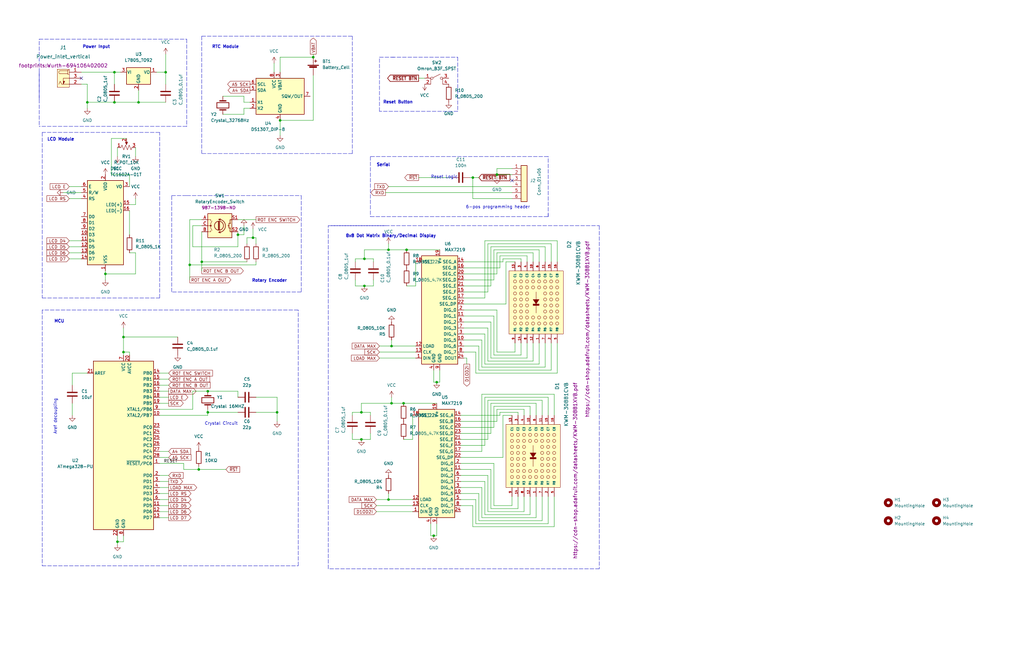
<source format=kicad_sch>
(kicad_sch (version 20211123) (generator eeschema)
  (paper "USLedger")
  (junction (at 165.1 146.05))
  (junction (at 171.45 105.41))
  (junction (at 48.26 43.18))
  (junction (at 100.33 99.06))
  (junction (at 87.63 165.1))
  (junction (at 118.11 50.8))
  (junction (at 87.63 173.99))
  (junction (at 52.07 142.24))
  (junction (at 83.82 198.12))
  (junction (at 80.01 111.76))
  (junction (at 52.07 148.59))
  (junction (at 199.39 74.93))
  (junction (at 165.1 170.18))
  (junction (at 44.45 115.57))
  (junction (at 163.83 105.41))
  (junction (at 170.18 170.18))
  (junction (at 49.53 228.6))
  (junction (at 85.09 110.49))
  (junction (at 152.4 185.42))
  (junction (at 209.55 73.66))
  (junction (at 116.84 173.99))
  (junction (at 132.08 24.13))
  (junction (at 36.83 43.18))
  (junction (at 69.85 30.48))
  (junction (at 163.83 210.82))
  (junction (at 153.67 109.22))
  (junction (at 152.4 173.99))
  (junction (at 48.26 30.48))
  (junction (at 106.68 100.33))
  (junction (at 58.42 43.18))
  (junction (at 182.88 226.06))
  (junction (at 184.15 161.29))
  (junction (at 153.67 120.65))
  (no_connect (at 34.29 33.02))
  (no_connect (at 215.9 76.2))
  (wire (pts (xy 158.75 210.82) (xy 163.83 210.82)))
  (wire (pts (xy 81.28 95.25) (xy 81.28 104.14)))
  (wire (pts (xy 201.93 219.71) (xy 228.6 219.71)))
  (wire (pts (xy 156.21 173.99) (xy 156.21 175.26)))
  (wire (pts (xy 132.08 31.75) (xy 132.08 50.8)))
  (wire (pts (xy 48.26 30.48) (xy 50.8 30.48)))
  (wire (pts (xy 81.28 165.1) (xy 87.63 165.1)))
  (wire (pts (xy 215.9 71.12) (xy 209.55 71.12)))
  (wire (pts (xy 48.26 43.18) (xy 58.42 43.18)))
  (wire (pts (xy 163.83 208.28) (xy 163.83 210.82)))
  (polyline (pts (xy 156.21 91.44) (xy 231.14 91.44)))
  (wire (pts (xy 205.74 215.9) (xy 205.74 200.66)))
  (wire (pts (xy 102.87 95.25) (xy 102.87 99.06)))
  (wire (pts (xy 48.26 43.18) (xy 36.83 43.18)))
  (wire (pts (xy 71.12 167.64) (xy 67.31 167.64)))
  (wire (pts (xy 46.99 58.42) (xy 46.99 73.66)))
  (wire (pts (xy 148.59 175.26) (xy 148.59 173.99)))
  (wire (pts (xy 209.55 106.68) (xy 209.55 115.57)))
  (wire (pts (xy 29.21 104.14) (xy 34.29 104.14)))
  (wire (pts (xy 118.11 30.48) (xy 118.11 24.13)))
  (wire (pts (xy 204.47 140.97) (xy 195.58 140.97)))
  (wire (pts (xy 87.63 175.26) (xy 87.63 173.99)))
  (wire (pts (xy 213.36 110.49) (xy 217.17 110.49)))
  (wire (pts (xy 234.95 157.48) (xy 234.95 144.78)))
  (wire (pts (xy 71.12 208.28) (xy 67.31 208.28)))
  (wire (pts (xy 195.58 118.11) (xy 208.28 118.11)))
  (wire (pts (xy 102.87 43.18) (xy 105.41 43.18)))
  (wire (pts (xy 36.83 157.48) (xy 30.48 157.48)))
  (wire (pts (xy 148.59 182.88) (xy 148.59 185.42)))
  (wire (pts (xy 54.61 149.86) (xy 54.61 148.59)))
  (wire (pts (xy 201.93 146.05) (xy 195.58 146.05)))
  (wire (pts (xy 223.52 217.17) (xy 223.52 209.55)))
  (wire (pts (xy 153.67 120.65) (xy 157.48 120.65)))
  (wire (pts (xy 171.45 120.65) (xy 175.26 120.65)))
  (wire (pts (xy 115.57 26.67) (xy 115.57 30.48)))
  (wire (pts (xy 209.55 71.12) (xy 209.55 73.66)))
  (wire (pts (xy 29.21 109.22) (xy 34.29 109.22)))
  (wire (pts (xy 149.86 120.65) (xy 153.67 120.65)))
  (wire (pts (xy 157.48 120.65) (xy 157.48 118.11)))
  (wire (pts (xy 71.12 218.44) (xy 67.31 218.44)))
  (polyline (pts (xy 17.78 55.88) (xy 17.78 125.73)))
  (wire (pts (xy 107.95 167.64) (xy 116.84 167.64)))
  (wire (pts (xy 81.28 104.14) (xy 100.33 104.14)))
  (wire (pts (xy 71.12 213.36) (xy 67.31 213.36)))
  (wire (pts (xy 203.2 166.37) (xy 203.2 190.5)))
  (wire (pts (xy 171.45 105.41) (xy 185.42 105.41)))
  (wire (pts (xy 204.47 187.96) (xy 204.47 167.64)))
  (wire (pts (xy 207.01 182.88) (xy 207.01 170.18)))
  (wire (pts (xy 29.21 83.82) (xy 34.29 83.82)))
  (wire (pts (xy 116.84 173.99) (xy 116.84 177.8)))
  (polyline (pts (xy 17.78 238.76) (xy 125.73 238.76)))
  (wire (pts (xy 54.61 106.68) (xy 57.15 106.68)))
  (wire (pts (xy 26.67 81.28) (xy 34.29 81.28)))
  (wire (pts (xy 46.99 73.66) (xy 54.61 73.66)))
  (wire (pts (xy 194.31 187.96) (xy 204.47 187.96)))
  (wire (pts (xy 195.58 151.13) (xy 196.85 151.13)))
  (polyline (pts (xy 17.78 130.81) (xy 17.78 238.76)))
  (polyline (pts (xy 160.02 24.13) (xy 166.37 24.13)))
  (wire (pts (xy 185.42 161.29) (xy 184.15 161.29)))
  (wire (pts (xy 30.48 157.48) (xy 30.48 162.56)))
  (wire (pts (xy 179.07 33.02) (xy 176.53 33.02)))
  (wire (pts (xy 149.86 110.49) (xy 149.86 109.22)))
  (wire (pts (xy 100.33 167.64) (xy 100.33 165.1)))
  (wire (pts (xy 199.39 74.93) (xy 201.93 74.93)))
  (polyline (pts (xy 72.39 123.19) (xy 72.39 82.55)))
  (wire (pts (xy 29.21 106.68) (xy 34.29 106.68)))
  (wire (pts (xy 233.68 166.37) (xy 203.2 166.37)))
  (polyline (pts (xy 252.73 95.25) (xy 252.73 240.03)))
  (wire (pts (xy 165.1 170.18) (xy 170.18 170.18)))
  (wire (pts (xy 220.98 215.9) (xy 205.74 215.9)))
  (polyline (pts (xy 72.39 82.55) (xy 78.74 82.55)))
  (wire (pts (xy 182.88 156.21) (xy 182.88 161.29)))
  (wire (pts (xy 231.14 220.98) (xy 200.66 220.98)))
  (wire (pts (xy 204.47 167.64) (xy 231.14 167.64)))
  (wire (pts (xy 209.55 130.81) (xy 209.55 148.59)))
  (wire (pts (xy 67.31 205.74) (xy 71.12 205.74)))
  (wire (pts (xy 195.58 133.35) (xy 208.28 133.35)))
  (wire (pts (xy 204.47 125.73) (xy 195.58 125.73)))
  (wire (pts (xy 67.31 170.18) (xy 71.12 170.18)))
  (wire (pts (xy 182.88 161.29) (xy 184.15 161.29)))
  (polyline (pts (xy 156.21 66.04) (xy 156.21 91.44)))
  (wire (pts (xy 205.74 123.19) (xy 205.74 102.87)))
  (wire (pts (xy 209.55 177.8) (xy 209.55 172.72)))
  (wire (pts (xy 80.01 111.76) (xy 107.95 111.76)))
  (wire (pts (xy 77.47 195.58) (xy 77.47 198.12)))
  (wire (pts (xy 153.67 109.22) (xy 157.48 109.22)))
  (wire (pts (xy 107.95 110.49) (xy 107.95 111.76)))
  (wire (pts (xy 49.53 228.6) (xy 52.07 228.6)))
  (wire (pts (xy 118.11 50.8) (xy 118.11 57.15)))
  (wire (pts (xy 232.41 156.21) (xy 201.93 156.21)))
  (wire (pts (xy 132.08 22.86) (xy 132.08 24.13)))
  (wire (pts (xy 36.83 43.18) (xy 36.83 45.72)))
  (wire (pts (xy 204.47 101.6) (xy 204.47 125.73)))
  (wire (pts (xy 213.36 128.27) (xy 213.36 110.49)))
  (polyline (pts (xy 85.09 15.24) (xy 148.59 15.24)))
  (wire (pts (xy 44.45 114.3) (xy 44.45 115.57)))
  (wire (pts (xy 156.21 185.42) (xy 156.21 182.88)))
  (wire (pts (xy 52.07 142.24) (xy 52.07 148.59)))
  (wire (pts (xy 195.58 130.81) (xy 209.55 130.81)))
  (wire (pts (xy 52.07 142.24) (xy 74.93 142.24)))
  (polyline (pts (xy 193.04 24.13) (xy 193.04 46.99)))
  (wire (pts (xy 210.82 107.95) (xy 222.25 107.95)))
  (wire (pts (xy 57.15 106.68) (xy 57.15 115.57)))
  (wire (pts (xy 52.07 228.6) (xy 52.07 226.06)))
  (wire (pts (xy 228.6 175.26) (xy 228.6 168.91)))
  (polyline (pts (xy 252.73 240.03) (xy 138.43 240.03)))
  (polyline (pts (xy 78.74 82.55) (xy 127 82.55)))
  (wire (pts (xy 205.74 185.42) (xy 194.31 185.42)))
  (wire (pts (xy 207.01 151.13) (xy 207.01 135.89)))
  (wire (pts (xy 57.15 62.23) (xy 57.15 66.04)))
  (wire (pts (xy 233.68 175.26) (xy 233.68 166.37)))
  (wire (pts (xy 152.4 170.18) (xy 165.1 170.18)))
  (wire (pts (xy 204.47 217.17) (xy 223.52 217.17)))
  (wire (pts (xy 228.6 219.71) (xy 228.6 209.55)))
  (wire (pts (xy 229.87 154.94) (xy 229.87 144.78)))
  (wire (pts (xy 52.07 138.43) (xy 52.07 142.24)))
  (wire (pts (xy 218.44 214.63) (xy 218.44 209.55)))
  (wire (pts (xy 194.31 203.2) (xy 204.47 203.2)))
  (wire (pts (xy 85.09 97.79) (xy 85.09 110.49)))
  (polyline (pts (xy 78.74 16.51) (xy 78.74 53.34)))
  (wire (pts (xy 58.42 43.18) (xy 58.42 38.1)))
  (wire (pts (xy 226.06 218.44) (xy 203.2 218.44)))
  (wire (pts (xy 100.33 92.71) (xy 107.95 92.71)))
  (wire (pts (xy 209.55 73.66) (xy 215.9 73.66)))
  (wire (pts (xy 195.58 148.59) (xy 200.66 148.59)))
  (wire (pts (xy 185.42 156.21) (xy 185.42 161.29)))
  (wire (pts (xy 87.63 173.99) (xy 87.63 172.72)))
  (polyline (pts (xy 231.14 91.44) (xy 231.14 66.04)))
  (wire (pts (xy 58.42 43.18) (xy 69.85 43.18)))
  (wire (pts (xy 220.98 172.72) (xy 220.98 175.26)))
  (wire (pts (xy 107.95 173.99) (xy 116.84 173.99)))
  (wire (pts (xy 77.47 198.12) (xy 83.82 198.12)))
  (wire (pts (xy 210.82 173.99) (xy 218.44 173.99)))
  (wire (pts (xy 80.01 111.76) (xy 80.01 118.11)))
  (wire (pts (xy 163.83 210.82) (xy 173.99 210.82)))
  (wire (pts (xy 57.15 115.57) (xy 44.45 115.57)))
  (wire (pts (xy 212.09 193.04) (xy 212.09 175.26)))
  (polyline (pts (xy 125.73 238.76) (xy 125.73 130.81)))
  (polyline (pts (xy 138.43 95.25) (xy 162.56 95.25)))
  (wire (pts (xy 210.82 175.26) (xy 210.82 173.99)))
  (wire (pts (xy 83.82 198.12) (xy 83.82 196.85)))
  (polyline (pts (xy 139.7 95.25) (xy 252.73 95.25)))
  (wire (pts (xy 49.53 228.6) (xy 49.53 226.06)))
  (wire (pts (xy 220.98 209.55) (xy 220.98 215.9)))
  (wire (pts (xy 208.28 213.36) (xy 215.9 213.36)))
  (wire (pts (xy 195.58 138.43) (xy 205.74 138.43)))
  (wire (pts (xy 48.26 30.48) (xy 48.26 35.56)))
  (wire (pts (xy 219.71 109.22) (xy 219.71 110.49)))
  (wire (pts (xy 69.85 22.86) (xy 69.85 30.48)))
  (wire (pts (xy 67.31 215.9) (xy 71.12 215.9)))
  (wire (pts (xy 200.66 210.82) (xy 194.31 210.82)))
  (wire (pts (xy 149.86 109.22) (xy 153.67 109.22)))
  (wire (pts (xy 194.31 195.58) (xy 208.28 195.58)))
  (wire (pts (xy 212.09 109.22) (xy 219.71 109.22)))
  (wire (pts (xy 200.66 220.98) (xy 200.66 210.82)))
  (wire (pts (xy 234.95 110.49) (xy 234.95 101.6)))
  (wire (pts (xy 100.33 99.06) (xy 100.33 104.14)))
  (wire (pts (xy 165.1 167.64) (xy 165.1 170.18)))
  (wire (pts (xy 210.82 113.03) (xy 210.82 107.95)))
  (wire (pts (xy 181.61 226.06) (xy 182.88 226.06)))
  (wire (pts (xy 208.28 133.35) (xy 208.28 149.86)))
  (wire (pts (xy 228.6 168.91) (xy 205.74 168.91)))
  (wire (pts (xy 29.21 78.74) (xy 34.29 78.74)))
  (wire (pts (xy 208.28 105.41) (xy 227.33 105.41)))
  (wire (pts (xy 153.67 105.41) (xy 163.83 105.41)))
  (wire (pts (xy 157.48 109.22) (xy 157.48 110.49)))
  (wire (pts (xy 107.95 100.33) (xy 107.95 102.87)))
  (polyline (pts (xy 138.43 240.03) (xy 138.43 95.25)))
  (wire (pts (xy 199.39 222.25) (xy 233.68 222.25)))
  (wire (pts (xy 224.79 152.4) (xy 224.79 144.78)))
  (wire (pts (xy 175.26 148.59) (xy 160.02 148.59)))
  (wire (pts (xy 203.2 154.94) (xy 229.87 154.94)))
  (wire (pts (xy 209.55 115.57) (xy 195.58 115.57)))
  (wire (pts (xy 208.28 195.58) (xy 208.28 213.36)))
  (wire (pts (xy 100.33 165.1) (xy 87.63 165.1)))
  (wire (pts (xy 173.99 213.36) (xy 158.75 213.36)))
  (wire (pts (xy 104.14 100.33) (xy 106.68 100.33)))
  (wire (pts (xy 158.75 215.9) (xy 173.99 215.9)))
  (wire (pts (xy 217.17 148.59) (xy 217.17 144.78)))
  (polyline (pts (xy 16.51 16.51) (xy 78.74 16.51)))
  (wire (pts (xy 201.93 156.21) (xy 201.93 146.05)))
  (wire (pts (xy 106.68 96.52) (xy 106.68 100.33)))
  (wire (pts (xy 34.29 35.56) (xy 36.83 35.56)))
  (wire (pts (xy 207.01 135.89) (xy 195.58 135.89)))
  (wire (pts (xy 85.09 95.25) (xy 81.28 95.25)))
  (wire (pts (xy 194.31 177.8) (xy 209.55 177.8)))
  (wire (pts (xy 170.18 170.18) (xy 184.15 170.18)))
  (wire (pts (xy 83.82 198.12) (xy 95.25 198.12)))
  (wire (pts (xy 153.67 105.41) (xy 153.67 109.22)))
  (wire (pts (xy 200.66 148.59) (xy 200.66 157.48)))
  (wire (pts (xy 67.31 200.66) (xy 71.12 200.66)))
  (wire (pts (xy 67.31 175.26) (xy 87.63 175.26)))
  (wire (pts (xy 215.9 81.28) (xy 162.56 81.28)))
  (wire (pts (xy 100.33 97.79) (xy 100.33 99.06)))
  (wire (pts (xy 49.53 229.87) (xy 49.53 228.6)))
  (wire (pts (xy 67.31 195.58) (xy 77.47 195.58)))
  (wire (pts (xy 67.31 203.2) (xy 71.12 203.2)))
  (polyline (pts (xy 78.74 53.34) (xy 16.51 53.34)))
  (wire (pts (xy 106.68 100.33) (xy 107.95 100.33)))
  (wire (pts (xy 46.99 58.42) (xy 53.34 58.42)))
  (wire (pts (xy 226.06 170.18) (xy 226.06 175.26)))
  (polyline (pts (xy 67.31 125.73) (xy 67.31 55.88)))
  (wire (pts (xy 67.31 210.82) (xy 71.12 210.82)))
  (wire (pts (xy 194.31 208.28) (xy 201.93 208.28)))
  (wire (pts (xy 194.31 193.04) (xy 212.09 193.04)))
  (wire (pts (xy 52.07 148.59) (xy 52.07 149.86)))
  (wire (pts (xy 85.09 110.49) (xy 85.09 114.3)))
  (wire (pts (xy 203.2 205.74) (xy 194.31 205.74)))
  (polyline (pts (xy 16.51 30.48) (xy 16.51 53.34)))
  (wire (pts (xy 44.45 115.57) (xy 44.45 118.11)))
  (wire (pts (xy 81.28 172.72) (xy 81.28 165.1)))
  (wire (pts (xy 80.01 92.71) (xy 80.01 111.76)))
  (wire (pts (xy 71.12 193.04) (xy 67.31 193.04)))
  (wire (pts (xy 54.61 88.9) (xy 54.61 99.06)))
  (wire (pts (xy 118.11 24.13) (xy 132.08 24.13)))
  (wire (pts (xy 207.01 170.18) (xy 226.06 170.18)))
  (wire (pts (xy 212.09 175.26) (xy 215.9 175.26)))
  (polyline (pts (xy 231.14 90.17) (xy 231.14 91.44)))
  (wire (pts (xy 85.09 110.49) (xy 104.14 110.49)))
  (wire (pts (xy 69.85 30.48) (xy 66.04 30.48)))
  (wire (pts (xy 223.52 171.45) (xy 208.28 171.45)))
  (wire (pts (xy 152.4 185.42) (xy 156.21 185.42)))
  (wire (pts (xy 102.87 99.06) (xy 100.33 99.06)))
  (wire (pts (xy 201.93 208.28) (xy 201.93 219.71)))
  (wire (pts (xy 160.02 151.13) (xy 175.26 151.13)))
  (polyline (pts (xy 160.02 46.99) (xy 160.02 24.13)))
  (polyline (pts (xy 85.09 15.24) (xy 85.09 64.77)))
  (polyline (pts (xy 148.59 15.24) (xy 148.59 64.77)))
  (wire (pts (xy 102.87 45.72) (xy 105.41 45.72)))
  (wire (pts (xy 67.31 162.56) (xy 71.12 162.56)))
  (wire (pts (xy 218.44 173.99) (xy 218.44 175.26)))
  (wire (pts (xy 199.39 83.82) (xy 199.39 74.93)))
  (wire (pts (xy 224.79 110.49) (xy 224.79 106.68)))
  (wire (pts (xy 203.2 190.5) (xy 194.31 190.5)))
  (wire (pts (xy 227.33 153.67) (xy 204.47 153.67)))
  (wire (pts (xy 229.87 104.14) (xy 207.01 104.14)))
  (wire (pts (xy 85.09 92.71) (xy 80.01 92.71)))
  (wire (pts (xy 173.99 185.42) (xy 173.99 175.26)))
  (wire (pts (xy 176.53 74.93) (xy 190.5 74.93)))
  (wire (pts (xy 195.58 143.51) (xy 203.2 143.51)))
  (wire (pts (xy 205.74 152.4) (xy 224.79 152.4)))
  (wire (pts (xy 194.31 182.88) (xy 207.01 182.88)))
  (wire (pts (xy 209.55 148.59) (xy 217.17 148.59)))
  (wire (pts (xy 181.61 220.98) (xy 181.61 226.06)))
  (polyline (pts (xy 148.59 64.77) (xy 85.09 64.77)))
  (wire (pts (xy 203.2 143.51) (xy 203.2 154.94)))
  (wire (pts (xy 219.71 149.86) (xy 219.71 144.78)))
  (wire (pts (xy 207.01 214.63) (xy 218.44 214.63)))
  (wire (pts (xy 34.29 30.48) (xy 48.26 30.48)))
  (wire (pts (xy 205.74 138.43) (xy 205.74 152.4)))
  (wire (pts (xy 54.61 73.66) (xy 54.61 78.74)))
  (wire (pts (xy 207.01 198.12) (xy 207.01 214.63)))
  (wire (pts (xy 208.28 149.86) (xy 219.71 149.86)))
  (wire (pts (xy 71.12 190.5) (xy 67.31 190.5)))
  (wire (pts (xy 160.02 146.05) (xy 165.1 146.05)))
  (wire (pts (xy 222.25 144.78) (xy 222.25 151.13)))
  (polyline (pts (xy 127 82.55) (xy 127 123.19)))
  (polyline (pts (xy 165.1 24.13) (xy 193.04 24.13)))
  (wire (pts (xy 184.15 220.98) (xy 184.15 226.06)))
  (polyline (pts (xy 193.04 46.99) (xy 160.02 46.99)))
  (wire (pts (xy 194.31 213.36) (xy 199.39 213.36)))
  (wire (pts (xy 148.59 173.99) (xy 152.4 173.99)))
  (wire (pts (xy 163.83 78.74) (xy 215.9 78.74)))
  (wire (pts (xy 87.63 173.99) (xy 100.33 173.99)))
  (wire (pts (xy 93.98 48.26) (xy 102.87 48.26)))
  (wire (pts (xy 67.31 172.72) (xy 81.28 172.72)))
  (wire (pts (xy 170.18 185.42) (xy 173.99 185.42)))
  (wire (pts (xy 222.25 151.13) (xy 207.01 151.13)))
  (wire (pts (xy 234.95 101.6) (xy 204.47 101.6)))
  (polyline (pts (xy 125.73 130.81) (xy 17.78 130.81)))
  (wire (pts (xy 71.12 165.1) (xy 67.31 165.1)))
  (wire (pts (xy 215.9 83.82) (xy 199.39 83.82)))
  (wire (pts (xy 67.31 157.48) (xy 71.12 157.48)))
  (wire (pts (xy 207.01 104.14) (xy 207.01 120.65)))
  (wire (pts (xy 231.14 167.64) (xy 231.14 175.26)))
  (wire (pts (xy 175.26 120.65) (xy 175.26 110.49)))
  (wire (pts (xy 204.47 153.67) (xy 204.47 140.97)))
  (wire (pts (xy 132.08 50.8) (xy 118.11 50.8)))
  (wire (pts (xy 149.86 118.11) (xy 149.86 120.65)))
  (wire (pts (xy 54.61 86.36) (xy 57.15 86.36)))
  (polyline (pts (xy 17.78 125.73) (xy 67.31 125.73)))
  (wire (pts (xy 195.58 113.03) (xy 210.82 113.03)))
  (polyline (pts (xy 67.31 55.88) (xy 17.78 55.88)))
  (wire (pts (xy 165.1 143.51) (xy 165.1 146.05)))
  (wire (pts (xy 29.21 101.6) (xy 34.29 101.6)))
  (wire (pts (xy 152.4 170.18) (xy 152.4 173.99)))
  (wire (pts (xy 215.9 213.36) (xy 215.9 209.55)))
  (wire (pts (xy 152.4 173.99) (xy 156.21 173.99)))
  (wire (pts (xy 208.28 171.45) (xy 208.28 180.34)))
  (wire (pts (xy 195.58 123.19) (xy 205.74 123.19)))
  (wire (pts (xy 231.14 209.55) (xy 231.14 220.98)))
  (wire (pts (xy 93.98 40.64) (xy 102.87 40.64)))
  (wire (pts (xy 163.83 102.87) (xy 163.83 105.41)))
  (wire (pts (xy 102.87 48.26) (xy 102.87 45.72)))
  (wire (pts (xy 67.31 160.02) (xy 71.12 160.02)))
  (wire (pts (xy 163.83 105.41) (xy 171.45 105.41)))
  (wire (pts (xy 209.55 73.66) (xy 209.55 74.93)))
  (polyline (pts (xy 127 123.19) (xy 72.39 123.19)))
  (wire (pts (xy 104.14 102.87) (xy 104.14 100.33)))
  (wire (pts (xy 207.01 120.65) (xy 195.58 120.65)))
  (wire (pts (xy 69.85 35.56) (xy 69.85 30.48)))
  (wire (pts (xy 229.87 110.49) (xy 229.87 104.14)))
  (wire (pts (xy 36.83 35.56) (xy 36.83 43.18)))
  (wire (pts (xy 116.84 167.64) (xy 116.84 173.99)))
  (wire (pts (xy 194.31 198.12) (xy 207.01 198.12)))
  (wire (pts (xy 222.25 107.95) (xy 222.25 110.49)))
  (wire (pts (xy 198.12 74.93) (xy 199.39 74.93)))
  (wire (pts (xy 232.41 102.87) (xy 232.41 110.49)))
  (wire (pts (xy 196.85 151.13) (xy 196.85 153.67)))
  (wire (pts (xy 232.41 144.78) (xy 232.41 156.21)))
  (wire (pts (xy 184.15 226.06) (xy 182.88 226.06)))
  (wire (pts (xy 204.47 203.2) (xy 204.47 217.17)))
  (wire (pts (xy 57.15 83.82) (xy 57.15 86.36)))
  (wire (pts (xy 195.58 128.27) (xy 213.36 128.27)))
  (wire (pts (xy 233.68 222.25) (xy 233.68 209.55)))
  (wire (pts (xy 200.66 157.48) (xy 234.95 157.48)))
  (wire (pts (xy 102.87 40.64) (xy 102.87 43.18)))
  (wire (pts (xy 49.53 66.04) (xy 49.53 62.23)))
  (wire (pts (xy 205.74 200.66) (xy 194.31 200.66)))
  (wire (pts (xy 148.59 185.42) (xy 152.4 185.42)))
  (wire (pts (xy 195.58 110.49) (xy 212.09 110.49)))
  (polyline (pts (xy 16.51 41.91) (xy 16.51 16.51)))
  (wire (pts (xy 209.55 172.72) (xy 220.98 172.72)))
  (wire (pts (xy 205.74 168.91) (xy 205.74 185.42)))
  (wire (pts (xy 208.28 180.34) (xy 194.31 180.34)))
  (wire (pts (xy 199.39 213.36) (xy 199.39 222.25)))
  (wire (pts (xy 212.09 110.49) (xy 212.09 109.22)))
  (wire (pts (xy 165.1 146.05) (xy 175.26 146.05)))
  (wire (pts (xy 224.79 106.68) (xy 209.55 106.68)))
  (wire (pts (xy 208.28 118.11) (xy 208.28 105.41)))
  (wire (pts (xy 203.2 218.44) (xy 203.2 205.74)))
  (polyline (pts (xy 231.14 66.04) (xy 156.21 66.04)))
  (wire (pts (xy 30.48 170.18) (xy 30.48 175.26)))
  (wire (pts (xy 54.61 148.59) (xy 52.07 148.59)))
  (wire (pts (xy 205.74 102.87) (xy 232.41 102.87)))
  (wire (pts (xy 223.52 175.26) (xy 223.52 171.45)))
  (wire (pts (xy 227.33 105.41) (xy 227.33 110.49)))
  (wire (pts (xy 227.33 144.78) (xy 227.33 153.67)))
  (wire (pts (xy 226.06 209.55) (xy 226.06 218.44)))
  (wire (pts (xy 194.31 175.26) (xy 210.82 175.26)))
  (text "8x8 Dot Matrix Binary/Decimal Display\n" (at 145.7452 100.3808 0) (effects (font (size 1.27 1.27) (thickness 0.254) bold) (justify left bottom)))
  (text "Power Input\n" (at 34.7472 20.574 0) (effects (font (size 1.27 1.27) bold) (justify left bottom)))
  (text "Reset Button\n" (at 161.4932 43.942 0) (effects (font (size 1.27 1.27) bold) (justify left bottom)))
  (text "Serial\n" (at 158.75 70.4088 0) (effects (font (size 1.27 1.27) (thickness 0.254) bold) (justify left bottom)))
  (text "RTC Module\n" (at 89.3572 20.574 0) (effects (font (size 1.27 1.27) bold) (justify left bottom)))
  (text "Rotary Encoder\n" (at 106.172 119.2276 0) (effects (font (size 1.27 1.27) (thickness 0.254) bold) (justify left bottom)))
  (text "Aref decoupling\n" (at 24.0792 168.148 270) (effects (font (size 1.27 1.27)) (justify right bottom)))
  (text "6-pos programming header\n" (at 223.52 88.1888 180) (effects (font (size 1.27 1.27)) (justify right bottom)))
  (text "Crystal Circuit\n" (at 100.2792 179.578 180) (effects (font (size 1.27 1.27)) (justify right bottom)))
  (text "LCD Module\n" (at 19.8628 59.6392 0) (effects (font (size 1.27 1.27) (thickness 0.254) bold) (justify left bottom)))
  (text "MCU" (at 22.8092 136.398 0) (effects (font (size 1.27 1.27) bold) (justify left bottom)))
  (text "Reset Logic\n" (at 193.04 75.4888 180) (effects (font (size 1.27 1.27)) (justify right bottom)))
  (label "RESET" (at 74.93 195.58 180))
  (global_label "SCK" (shape output) (at 71.12 170.18 0) (property "Intersheet References" "${INTERSHEET_REFS}" (effects hide)))
  (global_label "DATA MAX" (shape input) (at 160.02 146.05 180) (property "Intersheet References" "${INTERSHEET_REFS}" (effects hide)))
  (global_label "D1OD2I" (shape input) (at 158.75 215.9 180) (property "Intersheet References" "${INTERSHEET_REFS}" (effects hide)))
  (global_label "RXD" (shape input) (at 71.12 200.66 0) (property "Intersheet References" "${INTERSHEET_REFS}" (effects hide)))
  (global_label "DATA MAX" (shape output) (at 71.12 165.1 0) (property "Intersheet References" "${INTERSHEET_REFS}" (effects hide)))
  (global_label "ROT ENC B OUT" (shape input) (at 71.12 162.56 0) (property "Intersheet References" "${INTERSHEET_REFS}" (effects hide)))
  (global_label "ROT ENC A OUT" (shape input) (at 71.12 160.02 0) (property "Intersheet References" "${INTERSHEET_REFS}" (effects hide)))
  (global_label "LCD RS" (shape input) (at 29.21 83.82 180) (property "Intersheet References" "${INTERSHEET_REFS}" (effects hide)))
  (global_label "A4 SDA" (shape output) (at 105.41 38.1 180) (property "Intersheet References" "${INTERSHEET_REFS}" (effects hide)))
  (global_label "SCK" (shape input) (at 160.02 148.59 180) (property "Intersheet References" "${INTERSHEET_REFS}" (effects hide)))
  (global_label "~{RST}" (shape input) (at 95.25 198.12 0) (property "Intersheet References" "${INTERSHEET_REFS}" (effects hide)))
  (global_label "D1OD2I" (shape output) (at 196.85 153.67 270) (property "Intersheet References" "${INTERSHEET_REFS}" (effects hide)))
  (global_label "LCD D7" (shape output) (at 71.12 218.44 0) (property "Intersheet References" "${INTERSHEET_REFS}" (effects hide)))
  (global_label "ROT ENC B OUT" (shape output) (at 85.09 114.3 0) (property "Intersheet References" "${INTERSHEET_REFS}" (effects hide)))
  (global_label "LCD D4" (shape output) (at 71.12 210.82 0) (property "Intersheet References" "${INTERSHEET_REFS}" (effects hide)))
  (global_label "LCD D5" (shape input) (at 29.21 104.14 180) (property "Intersheet References" "${INTERSHEET_REFS}" (effects hide)))
  (global_label "LCD D5" (shape output) (at 71.12 213.36 0) (property "Intersheet References" "${INTERSHEET_REFS}" (effects hide)))
  (global_label "A4 SDA" (shape input) (at 71.12 190.5 0) (property "Intersheet References" "${INTERSHEET_REFS}" (effects hide)))
  (global_label "TXD" (shape input) (at 163.83 78.74 180) (property "Intersheet References" "${INTERSHEET_REFS}" (effects hide)))
  (global_label "LCD D4" (shape input) (at 29.21 101.6 180) (property "Intersheet References" "${INTERSHEET_REFS}" (effects hide)))
  (global_label "~{RESET BTN}" (shape input) (at 201.93 74.93 0) (effects (font bold)) (property "Intersheet References" "${INTERSHEET_REFS}" (effects hide)))
  (global_label "~{RESET BTN}" (shape output) (at 176.53 33.02 180) (effects (font bold)) (property "Intersheet References" "${INTERSHEET_REFS}" (effects hide)))
  (global_label "A5 SCK" (shape input) (at 71.12 193.04 0) (property "Intersheet References" "${INTERSHEET_REFS}" (effects hide)))
  (global_label "LOAD MAX" (shape input) (at 160.02 151.13 180) (property "Intersheet References" "${INTERSHEET_REFS}" (effects hide)))
  (global_label "SCK" (shape input) (at 158.75 213.36 180) (property "Intersheet References" "${INTERSHEET_REFS}" (effects hide)))
  (global_label "~{RST}" (shape output) (at 176.53 74.93 180) (property "Intersheet References" "${INTERSHEET_REFS}" (effects hide)))
  (global_label "LCD D6" (shape input) (at 29.21 106.68 180) (property "Intersheet References" "${INTERSHEET_REFS}" (effects hide)))
  (global_label "ROT ENC SWITCH" (shape input) (at 71.12 157.48 0) (property "Intersheet References" "${INTERSHEET_REFS}" (effects hide)))
  (global_label "LCD E" (shape input) (at 29.21 78.74 180) (property "Intersheet References" "${INTERSHEET_REFS}" (effects hide)))
  (global_label "TXD" (shape output) (at 71.12 203.2 0) (property "Intersheet References" "${INTERSHEET_REFS}" (effects hide)))
  (global_label "LCD E" (shape output) (at 71.12 167.64 0) (property "Intersheet References" "${INTERSHEET_REFS}" (effects hide)))
  (global_label "DATA MAX" (shape input) (at 158.75 210.82 180) (property "Intersheet References" "${INTERSHEET_REFS}" (effects hide)))
  (global_label "LCD D6" (shape output) (at 71.12 215.9 0) (property "Intersheet References" "${INTERSHEET_REFS}" (effects hide)))
  (global_label "LCD RS" (shape output) (at 71.12 208.28 0) (property "Intersheet References" "${INTERSHEET_REFS}" (effects hide)))
  (global_label "A5 SCK" (shape output) (at 105.41 35.56 180) (property "Intersheet References" "${INTERSHEET_REFS}" (effects hide)))
  (global_label "VBAT" (shape output) (at 132.08 22.86 90) (property "Intersheet References" "${INTERSHEET_REFS}" (effects hide)))
  (global_label "LOAD MAX" (shape output) (at 71.12 205.74 0) (property "Intersheet References" "${INTERSHEET_REFS}" (effects hide)))
  (global_label "ROT ENC SWITCH" (shape output) (at 107.95 92.71 0) (property "Intersheet References" "${INTERSHEET_REFS}" (effects hide)))
  (global_label "RXD" (shape output) (at 162.56 81.28 180) (property "Intersheet References" "${INTERSHEET_REFS}" (effects hide)))
  (global_label "LCD D7" (shape input) (at 29.21 109.22 180) (property "Intersheet References" "${INTERSHEET_REFS}" (effects hide)))
  (global_label "ROT ENC A OUT" (shape output) (at 80.01 118.11 0) (property "Intersheet References" "${INTERSHEET_REFS}" (effects hide)))
  (symbol (lib_id "HPS:VCC") (at 83.82 189.23 0) (unit 1)
    (property "Reference" "#PWR0117" (effects hide))
    (property "Value" "VCC" (at 83.82 184.15 0))
  )
  (symbol (lib_id "HPS:Battery_Cell") (at 132.08 29.21 0) (unit 1)
    (property "Reference" "BT1" (at 135.89 25.9079 0) (effects (justify left)))
    (property "Value" "Battery_Cell" (at 135.89 28.4479 0) (effects (justify left)))
    (property "Footprint" "footprints:BatteryHolder_Keystone_106_1x20mm" (effects hide))
    (property "Datasheet" "https://media.digikey.com/pdf/Data%20Sheets/Memory%20Protection%20PDFs/Coin_Cell_Guide.pdf" (effects hide))
    (property "MFG" "MPD (Memory Protection Devices)" (effects hide))
    (property "MPN" "BS-7" (effects hide))
    (property "Digikey PN" "BS-7-ND" (effects hide))
    (property "Mouser PN" "N/A" (effects hide))
  )
  (symbol (lib_id "HPS:VCC") (at 165.1 167.64 0) (unit 1)
    (property "Reference" "#PWR?" (effects hide))
    (property "Value" "VCC" (at 165.1 162.56 0))
  )
  (symbol (lib_id "HPS:GND") (at 152.4 185.42 0) (unit 1)
    (property "Reference" "#PWR0106" (effects hide))
    (property "Value" "GND" (at 152.4 190.5 0))
  )
  (symbol (lib_id "HPS:C_0805_0.1uf") (at 74.93 146.05 0) (unit 1)
    (property "Reference" "C4" (at 78.74 144.7799 0) (effects (justify left)))
    (property "Value" "C_0805_0.1uf" (at 78.74 147.3199 0) (effects (justify left)))
    (property "Footprint" "footprints:C_0805_2012Metric" (effects hide))
    (property "Datasheet" "https://datasheets.avx.com/X7RDielectric.pdf" (effects hide))
    (property "MFG" "AVX Corporation" (effects hide))
    (property "MPN" "08055C104KAT2A" (effects hide))
    (property "Digikey PN" "478-1395-1-ND" (effects hide))
    (property "Mouser PN" "N/A" (effects hide))
    (property "Voltage" "N/A" (effects hide))
    (property "Dielectric" "N/A" (effects hide))
    (property "Tolerance" "N/A" (effects hide))
  )
  (symbol (lib_id "HPS:KWM-30881CVB") (at 226.06 128.27 90) (unit 1)
    (property "Reference" "D2" (at 240.03 101.6 0) (effects (font (size 1.524 1.524)) (justify right)))
    (property "Value" "KWM-30881CVB" (at 243.84 101.6 0) (effects (font (size 1.524 1.524)) (justify right)))
    (property "Footprint" "footprints:KWM-30881CVB" (effects hide))
    (property "Datasheet" "https://cdn-shop.adafruit.com/datasheets/KWM-30881XVB.pdf" (at 247.65 101.6 0) (effects (font (size 1.524 1.524)) (justify right)))
    (property "MFG" "Adafruit" (effects hide))
    (property "MPN" "KWM-30881CVB" (effects hide))
    (property "Digikey PN" "N/A" (effects hide))
    (property "Mouser PN" "N/A" (effects hide))
  )
  (symbol (lib_id "HPS:R_0805_10K") (at 83.82 193.04 0) (unit 1)
    (property "Reference" "R1" (at 86.36 191.7699 0) (effects (justify left)))
    (property "Value" "10KΩ" (at 86.36 194.3099 0) (effects (justify left)))
    (property "Footprint" "footprints:R_0805_2012Metric" (effects hide))
    (property "Datasheet" "https://www.digikey.com/en/products/detail/yageo/RC0805FR-0710KL/727535" (effects hide))
    (property "MFG" "Yageo" (effects hide))
    (property "MPN" "RC0805FR-0710KL" (effects hide))
    (property "Digikey PN" "311-10.0KCRCT-ND" (effects hide))
    (property "Mouser PN" "N/A" (effects hide))
    (property "Power" "N/A" (effects hide))
    (property "Tolerance" "N/A" (effects hide))
  )
  (symbol (lib_id "HPS:GND") (at 44.45 118.11 0) (unit 1)
    (property "Reference" "#PWR0113" (effects hide))
    (property "Value" "GND" (at 44.45 123.19 0))
  )
  (symbol (lib_id "HPS:GND") (at 163.83 200.66 180) (unit 1)
    (property "Reference" "#PWR0107" (effects hide))
    (property "Value" "GND" (at 163.83 195.58 0))
  )
  (symbol (lib_id "HPS:R_0805_10K") (at 165.1 139.7 180) (unit 1)
    (property "Reference" "R5" (at 162.56 140.9701 0) (effects (justify left)))
    (property "Value" "R_0805_10K" (at 162.56 138.4301 0) (effects (justify left)))
    (property "Footprint" "footprints:R_0805_2012Metric" (effects hide))
    (property "Datasheet" "https://www.digikey.com/en/products/detail/yageo/RC0805FR-0710KL/727535" (effects hide))
    (property "MFG" "Yageo" (effects hide))
    (property "MPN" "RC0805FR-0710KL" (effects hide))
    (property "Digikey PN" "311-10.0KCRCT-ND" (effects hide))
    (property "Mouser PN" "N/A" (effects hide))
    (property "Power" "N/A" (effects hide))
    (property "Tolerance" "N/A" (effects hide))
  )
  (symbol (lib_id "HPS:C_0805_1uf") (at 48.26 39.37 0) (unit 1)
    (property "Reference" "C2" (at 41.91 43.18 90) (effects (justify left)))
    (property "Value" "C_0805_1uf" (at 44.45 43.18 90) (effects (justify left)))
    (property "Footprint" "footprints:C_0805_2012Metric" (effects hide))
    (property "Datasheet" "https://www.yageo.com/upload/media/product/productsearch/datasheet/mlcc/UPY-GPHC_X7R_6.3V-to-50V_18.pdf" (effects hide))
    (property "MFG" "Yageo" (effects hide))
    (property "MPN" "CC0805KKX7R8BB105" (effects hide))
    (property "Digikey PN" "311-1456-1-ND" (effects hide))
    (property "Mouser PN" "N/A" (effects hide))
    (property "Voltage" "N/A" (effects hide))
    (property "Dielectric" "N/A" (effects hide))
    (property "Tolerance" "N/A" (effects hide))
  )
  (symbol (lib_id "HPS:MountingHole") (at 394.9192 212.1408 0) (unit 1)
    (property "Reference" "H3" (at 397.4592 210.8707 0) (effects (justify left)))
    (property "Value" "MountingHole" (at 397.4592 213.4107 0) (effects (justify left)))
    (property "Footprint" "footprints:MountingHole_3.2mm_M3" (effects hide))
  )
  (symbol (lib_id "HPS:VCC") (at 44.45 73.66 0) (unit 1)
    (property "Reference" "#PWR0123" (effects hide))
    (property "Value" "VCC" (at 44.45 68.58 0))
  )
  (symbol (lib_id "HPS:MountingHole") (at 374.5992 212.1408 0) (unit 1)
    (property "Reference" "H1" (at 377.1392 210.8707 0) (effects (justify left)))
    (property "Value" "MountingHole" (at 377.1392 213.4107 0) (effects (justify left)))
    (property "Footprint" "footprints:MountingHole_3.2mm_M3" (effects hide))
  )
  (symbol (lib_id "power:GND") (at 49.53 229.87 0) (unit 1)
    (property "Reference" "#PWR0112" (effects hide))
    (property "Value" "GND" (at 49.53 234.95 0))
  )
  (symbol (lib_id "HPS:R_0805_1K") (at 104.14 106.68 0) (unit 1)
    (property "Reference" "R2" (at 90.17 105.41 0) (effects (justify left)))
    (property "Value" "R_0805_200" (at 90.17 107.95 0) (effects (justify left)))
    (property "Footprint" "footprints:R_0805_2012Metric" (effects hide))
    (property "Datasheet" "https://www.digikey.com/en/products/detail/yageo/RC0805FR-071KL/727444" (effects hide))
    (property "MFG" "Yageo" (effects hide))
    (property "Digikey PN" "RC0805FR-0710KL" (effects hide))
    (property "Mouser PN" "N/A" (effects hide))
    (property "Power" "N/A" (effects hide))
    (property "Tolerance" "N/A" (effects hide))
    (property "MPN" "RC0805FR-071KL" (effects hide))
  )
  (symbol (lib_id "HPS:C_0805_1uf") (at 148.59 179.07 0) (unit 1)
    (property "Reference" "C7" (at 142.24 182.88 90) (effects (justify left)))
    (property "Value" "C_0805_1uf" (at 144.78 182.88 90) (effects (justify left)))
    (property "Footprint" "footprints:C_0805_2012Metric" (effects hide))
    (property "Datasheet" "https://www.yageo.com/upload/media/product/productsearch/datasheet/mlcc/UPY-GPHC_X7R_6.3V-to-50V_18.pdf" (effects hide))
    (property "MFG" "Yageo" (effects hide))
    (property "MPN" "CC0805KKX7R8BB105" (effects hide))
    (property "Digikey PN" "311-1456-1-ND" (effects hide))
    (property "Mouser PN" "N/A" (effects hide))
    (property "Voltage" "N/A" (effects hide))
    (property "Dielectric" "N/A" (effects hide))
    (property "Tolerance" "N/A" (effects hide))
  )
  (symbol (lib_id "HPS:GND") (at 36.83 45.72 0) (unit 1)
    (property "Reference" "#PWR0121" (effects hide))
    (property "Value" "GND" (at 36.83 50.8 0))
  )
  (symbol (lib_id "HPS:C_0805_10uf") (at 30.48 166.37 0) (unit 1)
    (property "Reference" "C1" (at 34.29 165.0999 0) (effects (justify left)))
    (property "Value" "10uf" (at 34.29 167.6399 0) (effects (justify left)))
    (property "Footprint" "footprints:C_0805_2012Metric" (effects hide))
    (property "Datasheet" "https://search.murata.co.jp/Ceramy/image/img/A01X/G101/ENG/GRM21BR61E106KA73-01.pdf" (effects hide))
    (property "MFG" "Murata Electronics" (effects hide))
    (property "MPN" "GRM21BR61E106KA73L" (effects hide))
    (property "Digikey PN" "490-5523-1-ND" (effects hide))
    (property "Mouser PN" "N/A" (effects hide))
    (property "Voltage" "N/A" (effects hide))
    (property "Dielectric" "N/A" (effects hide))
    (property "Tolerance" "N/A" (effects hide))
  )
  (symbol (lib_id "HPS:R_0805_22K") (at 170.18 173.99 0) (unit 1)
    (property "Reference" "R6" (at 172.72 172.7199 0) (effects (justify left)))
    (property "Value" "R_0805_22K" (at 172.72 175.2599 0) (effects (justify left)))
    (property "Footprint" "footprints:R_0805_2012Metric" (effects hide))
    (property "Datasheet" "https://www.digikey.com/en/products/detail/yageo/RC0805FR-0722KL/727736" (effects hide))
    (property "MFG" "Yageo" (effects hide))
    (property "MPN" "RC0805FR-0722KL" (effects hide))
    (property "Digikey PN" "311-22.0KCRCT-ND" (effects hide))
    (property "Mouser PN" "N/A" (effects hide))
    (property "Power" "N/A" (effects hide))
    (property "Tolerance" "N/A" (effects hide))
  )
  (symbol (lib_id "HPS:TC1602A-01T") (at 44.45 93.98 0) (unit 1)
    (property "Reference" "DS1" (at 46.4694 71.12 0) (effects (justify left)))
    (property "Value" "TC1602A-01T" (at 46.4694 73.66 0) (effects (justify left)))
    (property "Footprint" "footprints:TC1602A-01T" (effects hide))
    (property "Datasheet" "https://cdn-shop.adafruit.com/datasheets/TC1602A-01T.pdf" (effects hide))
    (property "MFG" "Adafruit" (effects hide))
    (property "MPN" "1447" (effects hide))
    (property "Digikey PN" "1528-2212-ND" (effects hide))
    (property "Mouser PN" "N/A" (effects hide))
  )
  (symbol (lib_id "power:GND") (at 116.84 177.8 0) (unit 1)
    (property "Reference" "#PWR0116" (effects hide))
    (property "Value" "GND" (at 116.84 182.88 0))
  )
  (symbol (lib_id "HPS:Conn_01x06") (at 220.98 76.2 0) (unit 1)
    (property "Reference" "J2" (at 223.52 76.1999 0) (effects (justify left)))
    (property "Value" "Conn_01x06" (at 227.33 82.55 90) (effects (justify left)))
    (property "Footprint" "footprints:PinHeader_1x06_P2.54mm_Vertical" (effects hide))
    (property "Datasheet" "https://www.we-online.de/katalog/datasheet/6130xx11121.pdf" (effects hide))
    (property "MFG" "Würth Elektronik" (effects hide))
    (property "MPN" "61300611121" (effects hide))
    (property "Digikey PN" "732-5319-ND" (effects hide))
    (property "Mouser PN" "N/A" (effects hide))
  )
  (symbol (lib_id "HPS:GND") (at 184.15 161.29 0) (unit 1)
    (property "Reference" "#PWR0105" (effects hide))
    (property "Value" "GND" (at 184.15 166.37 0))
  )
  (symbol (lib_id "HPS:GND") (at 182.88 226.06 0) (unit 1)
    (property "Reference" "#PWR0103" (effects hide))
    (property "Value" "GND" (at 182.88 231.14 0))
  )
  (symbol (lib_id "HPS:VCC") (at 52.07 138.43 0) (unit 1)
    (property "Reference" "#PWR0119" (effects hide))
    (property "Value" "VCC" (at 52.07 133.35 0))
  )
  (symbol (lib_id "HPS:C_0805_0.1uf") (at 157.48 114.3 0) (unit 1)
    (property "Reference" "C10" (at 161.29 119.38 90) (effects (justify left)))
    (property "Value" "C_0805_0.1uf" (at 163.83 119.38 90) (effects (justify left)))
    (property "Footprint" "footprints:C_0805_2012Metric" (effects hide))
    (property "Datasheet" "https://datasheets.avx.com/X7RDielectric.pdf" (effects hide))
    (property "MFG" "AVX Corporation" (effects hide))
    (property "MPN" "08055C104KAT2A" (effects hide))
    (property "Digikey PN" "478-1395-1-ND" (effects hide))
    (property "Mouser PN" "N/A" (effects hide))
    (property "Voltage" "N/A" (effects hide))
    (property "Dielectric" "N/A" (effects hide))
    (property "Tolerance" "N/A" (effects hide))
  )
  (symbol (lib_id "HPS:L7805_TO92") (at 58.42 30.48 0) (unit 1)
    (property "Reference" "U3" (at 58.42 22.86 0))
    (property "Value" "L7805_TO92" (at 58.42 25.4 0))
    (property "Footprint" "footprints:TO-92_Inline" (effects hide))
    (property "Datasheet" "http://www.st.com/content/ccc/resource/technical/document/datasheet/15/55/e5/aa/23/5b/43/fd/CD00000446.pdf/files/CD00000446.pdf/jcr:content/translations/en.CD00000446.pdf" (effects hide))
    (property "MFG" "STMicroelectronics" (effects hide))
    (property "MPN" "L7805CV" (effects hide))
    (property "Digikey PN" "497-1443-5-ND" (effects hide))
    (property "Mouser PN" "N/A" (effects hide))
  )
  (symbol (lib_id "HPS:R_0805_1K") (at 54.61 102.87 0) (unit 1)
    (property "Reference" "R11" (at 57.15 101.5999 0) (effects (justify left)))
    (property "Value" "R_0805_1K" (at 57.15 104.1399 0) (effects (justify left)))
    (property "Footprint" "footprints:R_0805_2012Metric" (effects hide))
    (property "Datasheet" "https://www.digikey.com/en/products/detail/yageo/RC0805FR-071KL/727444" (effects hide))
    (property "MFG" "Yageo" (effects hide))
    (property "Digikey PN" "RC0805FR-0710KL" (effects hide))
    (property "Mouser PN" "N/A" (effects hide))
    (property "Power" "N/A" (effects hide))
    (property "Tolerance" "N/A" (effects hide))
    (property "MPN" "RC0805FR-071KL" (effects hide))
  )
  (symbol (lib_id "HPS:Crystal_16MHz") (at 87.63 168.91 270) (unit 1)
    (property "Reference" "Y1" (at 91.44 167.6399 90) (effects (justify left)))
    (property "Value" "Crystal 16MHZ" (at 88.9 171.45 90) (effects (justify left)))
    (property "Footprint" "footprints:Crystal_SMD_HC49-SD" (effects hide))
    (property "Datasheet" "https://ecsxtal.com/store/pdf/csm-7x-dn.pdf" (effects hide))
    (property "MFG" "ECS Inc." (effects hide))
    (property "MPN" "ECS-160-20-5PXDN-TR" (effects hide))
    (property "Digikey PN" "XC1299CT-ND" (effects hide))
    (property "Mouser PN" "N/A" (effects hide))
  )
  (symbol (lib_id "power:GND") (at 209.55 74.93 0) (unit 1)
    (property "Reference" "#PWR0104" (effects hide))
    (property "Value" "GND" (at 209.55 80.01 0))
  )
  (symbol (lib_id "HPS:VCC") (at 163.83 102.87 0) (unit 1)
    (property "Reference" "#PWR?" (effects hide))
    (property "Value" "VCC" (at 163.83 97.79 0))
  )
  (symbol (lib_id "HPS:GND") (at 26.67 81.28 270) (unit 1)
    (property "Reference" "#PWR0115" (effects hide))
    (property "Value" "GND" (at 27.94 81.2799 90) (effects (justify left)))
  )
  (symbol (lib_id "HPS:R_POT_10K") (at 53.34 62.23 90) (unit 1)
    (property "Reference" "RV1" (at 53.34 66.04 90))
    (property "Value" "R_POT_10K" (at 53.34 68.58 90))
    (property "Footprint" "footprints:Potentiometer_Bourns_3386P_Vertical" (effects hide))
    (property "Datasheet" "https://www.bourns.com/docs/Product-Datasheets/3386.pdf" (effects hide))
    (property "MFG" "Bourns Inc." (effects hide))
    (property "MPN" "3386P-1-103TLF" (effects hide))
    (property "Digikey PN" "3386P-103TLF-ND" (effects hide))
    (property "Mouser PN" "N/A" (effects hide))
  )
  (symbol (lib_id "HPS:RotaryEncoder_Switch") (at 92.71 95.25 0) (unit 1)
    (property "Reference" "SW1" (at 92.71 82.55 0))
    (property "Value" "RotaryEncoder_Switch" (at 92.71 85.09 0))
    (property "Footprint" "footprints:RotaryEncoder_TT_EN11-Switch_Vertical_H20mm_CircularMountingHoles" (effects hide))
    (property "Digikey PN" "987-1398-ND " (at 92.71 87.63 0))
  )
  (symbol (lib_id "HPS:R_0805_1K") (at 189.23 39.37 180) (unit 1)
    (property "Reference" "R10" (at 191.77 38.0999 0) (effects (justify right)))
    (property "Value" "R_0805_200" (at 191.77 40.6399 0) (effects (justify right)))
    (property "Footprint" "footprints:R_0805_2012Metric" (effects hide))
    (property "Datasheet" "https://www.digikey.com/en/products/detail/yageo/RC0805FR-071KL/727444" (effects hide))
    (property "MFG" "Yageo" (effects hide))
    (property "Digikey PN" "RC0805FR-0710KL" (effects hide))
    (property "Mouser PN" "N/A" (effects hide))
    (property "Power" "N/A" (effects hide))
    (property "Tolerance" "N/A" (effects hide))
    (property "MPN" "RC0805FR-071KL" (effects hide))
  )
  (symbol (lib_id "HPS:VCC") (at 115.57 26.67 0) (unit 1)
    (property "Reference" "#PWR0111" (effects hide))
    (property "Value" "VCC" (at 115.57 21.59 0))
  )
  (symbol (lib_id "HPS:GND") (at 57.15 66.04 0) (unit 1)
    (property "Reference" "#PWR0122" (effects hide))
    (property "Value" "GND" (at 57.15 71.12 0))
  )
  (symbol (lib_id "HPS:C_0805_0.1uf") (at 69.85 39.37 0) (unit 1)
    (property "Reference" "C3" (at 73.66 44.45 90) (effects (justify left)))
    (property "Value" "C_0805_0.1uf" (at 76.2 44.45 90) (effects (justify left)))
    (property "Footprint" "footprints:C_0805_2012Metric" (effects hide))
    (property "Datasheet" "https://datasheets.avx.com/X7RDielectric.pdf" (effects hide))
    (property "MFG" "AVX Corporation" (effects hide))
    (property "MPN" "08055C104KAT2A" (effects hide))
    (property "Digikey PN" "478-1395-1-ND" (effects hide))
    (property "Mouser PN" "N/A" (effects hide))
    (property "Voltage" "N/A" (effects hide))
    (property "Dielectric" "N/A" (effects hide))
    (property "Tolerance" "N/A" (effects hide))
  )
  (symbol (lib_id "HPS:VCC") (at 69.85 22.86 0) (unit 1)
    (property "Reference" "#PWR0125" (effects hide))
    (property "Value" "VCC" (at 69.85 17.78 0))
  )
  (symbol (lib_id "HPS:R_0805_4.7K") (at 171.45 116.84 0) (unit 1)
    (property "Reference" "R9" (at 173.99 115.5699 0) (effects (justify left)))
    (property "Value" "R_0805_4.7K" (at 173.99 118.1099 0) (effects (justify left)))
    (property "Footprint" "footprints:R_0805_2012Metric" (effects hide))
    (property "Datasheet" "https://www.digikey.com/en/products/detail/yageo/RC0805FR-074K7L/727929" (effects hide))
    (property "MFG" "Yageo" (effects hide))
    (property "MPN" "RC0805FR-074K7L" (effects hide))
    (property "Digikey PN" "311-4.70KCRCT-ND" (effects hide))
    (property "Mouser PN" "N/A" (effects hide))
    (property "Power" "N/A" (effects hide))
    (property "Tolerance" "N/A" (effects hide))
  )
  (symbol (lib_id "HPS:KWM-30881CVB") (at 224.79 193.04 90) (unit 1)
    (property "Reference" "D1" (at 234.95 161.29 0) (effects (font (size 1.524 1.524)) (justify right)))
    (property "Value" "KWM-30881CVB" (at 238.76 161.29 0) (effects (font (size 1.524 1.524)) (justify right)))
    (property "Footprint" "footprints:KWM-30881CVB" (effects hide))
    (property "Datasheet" "https://cdn-shop.adafruit.com/datasheets/KWM-30881XVB.pdf" (at 242.57 161.29 0) (effects (font (size 1.524 1.524)) (justify right)))
    (property "MFG" "Adafruit" (effects hide))
    (property "MPN" "KWM-30881CVB" (effects hide))
    (property "Digikey PN" "N/A" (effects hide))
    (property "Mouser PN" "N/A" (effects hide))
  )
  (symbol (lib_id "HPS:R_0805_22K") (at 171.45 109.22 0) (unit 1)
    (property "Reference" "R8" (at 173.99 107.9499 0) (effects (justify left)))
    (property "Value" "R_0805_22K" (at 173.99 110.4899 0) (effects (justify left)))
    (property "Footprint" "footprints:R_0805_2012Metric" (effects hide))
    (property "Datasheet" "https://www.digikey.com/en/products/detail/yageo/RC0805FR-0722KL/727736" (effects hide))
    (property "MFG" "Yageo" (effects hide))
    (property "MPN" "RC0805FR-0722KL" (effects hide))
    (property "Digikey PN" "311-22.0KCRCT-ND" (effects hide))
    (property "Mouser PN" "N/A" (effects hide))
    (property "Power" "N/A" (effects hide))
    (property "Tolerance" "N/A" (effects hide))
  )
  (symbol (lib_id "HPS:GND") (at 165.1 135.89 180) (unit 1)
    (property "Reference" "#PWR0101" (effects hide))
    (property "Value" "GND" (at 165.1 130.81 0))
  )
  (symbol (lib_id "HPS:MAX7219") (at 184.15 195.58 0) (unit 1)
    (property "Reference" "U5" (at 186.1694 167.64 0) (effects (justify left)))
    (property "Value" "MAX7219" (at 186.1694 170.18 0) (effects (justify left)))
    (property "Footprint" "footprints:DIP-24_W7.62mm" (effects hide))
    (property "Datasheet" "https://datasheets.maximintegrated.com/en/ds/MAX7219-MAX7221.pdf" (effects hide))
    (property "MFG" "On Shore Technology Inc." (effects hide))
    (property "MPN" "ED241DT" (effects hide))
    (property "Digikey PN" "ED3049-5-ND" (effects hide))
    (property "Mouser PN" "N/A" (effects hide))
  )
  (symbol (lib_id "HPS:GND") (at 153.67 120.65 0) (unit 1)
    (property "Reference" "#PWR0102" (effects hide))
    (property "Value" "GND" (at 153.67 125.73 0))
  )
  (symbol (lib_id "HPS:Omron_B3F_SPST") (at 184.15 33.02 0) (unit 1)
    (property "Reference" "SW2" (at 184.15 26.416 0))
    (property "Value" "Omron_B3F_SPST" (at 184.15 28.956 0))
    (property "Footprint" "footprints:SW_SPST_Omron_B3FS-100xP" (effects hide))
    (property "Datasheet" "https://omronfs.omron.com/en_US/ecb/products/pdf/en-b3fs.pdf" (effects hide))
    (property "MFG" "Omron Electronics Inc-EMC Div" (effects hide))
    (property "MPN" "B3FS-1000P" (effects hide))
    (property "Digikey PN" "SW423CT-ND" (effects hide))
    (property "Mouser PN" "N/A" (effects hide))
  )
  (symbol (lib_id "power:GND") (at 30.48 175.26 0) (unit 1)
    (property "Reference" "#PWR0118" (effects hide))
    (property "Value" "GND" (at 30.48 180.34 0))
  )
  (symbol (lib_id "HPS:MountingHole") (at 374.5992 219.7608 0) (unit 1)
    (property "Reference" "H2" (at 377.1392 218.4907 0) (effects (justify left)))
    (property "Value" "MountingHole" (at 377.1392 221.0307 0) (effects (justify left)))
    (property "Footprint" "footprints:MountingHole_3.2mm_M3" (effects hide))
  )
  (symbol (lib_id "HPS:C_0805_0.1uf") (at 156.21 179.07 0) (unit 1)
    (property "Reference" "C9" (at 160.02 184.15 90) (effects (justify left)))
    (property "Value" "C_0805_0.1uf" (at 162.56 184.15 90) (effects (justify left)))
    (property "Footprint" "footprints:C_0805_2012Metric" (effects hide))
    (property "Datasheet" "https://datasheets.avx.com/X7RDielectric.pdf" (effects hide))
    (property "MFG" "AVX Corporation" (effects hide))
    (property "MPN" "08055C104KAT2A" (effects hide))
    (property "Digikey PN" "478-1395-1-ND" (effects hide))
    (property "Mouser PN" "N/A" (effects hide))
    (property "Voltage" "N/A" (effects hide))
    (property "Dielectric" "N/A" (effects hide))
    (property "Tolerance" "N/A" (effects hide))
  )
  (symbol (lib_id "HPS:Power_inlet_vertical") (at 29.21 33.02 0) (unit 1)
    (property "Reference" "J1" (at 26.67 20.066 0) (effects (font (size 1.524 1.524))))
    (property "Value" "Power_inlet_vertical" (at 26.67 23.876 0) (effects (font (size 1.524 1.524))))
    (property "Footprint" "footprints:Wurth-694106402002" (at 26.67 27.686 0) (effects (font (size 1.524 1.524))))
    (property "Datasheet" "https://www.we-online.com/katalog/datasheet/6941xx402002.pdf" (effects hide))
    (property "MFG" "Wurth" (effects hide))
    (property "MPN" "694106402002" (effects hide))
    (property "Digikey PN" "732-5931-ND" (effects hide))
  )
  (symbol (lib_id "power:GND") (at 74.93 149.86 0) (unit 1)
    (property "Reference" "#PWR0120" (effects hide))
    (property "Value" "GND" (at 74.93 154.94 0))
  )
  (symbol (lib_id "HPS:MAX7219") (at 185.42 130.81 0) (unit 1)
    (property "Reference" "U6" (at 187.4394 102.87 0) (effects (justify left)))
    (property "Value" "MAX7219" (at 187.4394 105.41 0) (effects (justify left)))
    (property "Footprint" "footprints:DIP-24_W7.62mm" (effects hide))
    (property "Datasheet" "https://datasheets.maximintegrated.com/en/ds/MAX7219-MAX7221.pdf" (effects hide))
    (property "MFG" "On Shore Technology Inc." (effects hide))
    (property "MPN" "ED241DT" (effects hide))
    (property "Digikey PN" "ED3049-5-ND" (effects hide))
    (property "Mouser PN" "N/A" (effects hide))
  )
  (symbol (lib_id "HPS:R_0805_1K") (at 107.95 106.68 180) (unit 1)
    (property "Reference" "R3" (at 110.49 105.4099 0) (effects (justify right)))
    (property "Value" "R_0805_200" (at 110.49 107.9499 0) (effects (justify right)))
    (property "Footprint" "footprints:R_0805_2012Metric" (effects hide))
    (property "Datasheet" "https://www.digikey.com/en/products/detail/yageo/RC0805FR-071KL/727444" (effects hide))
    (property "MFG" "Yageo" (effects hide))
    (property "Digikey PN" "RC0805FR-0710KL" (effects hide))
    (property "Mouser PN" "N/A" (effects hide))
    (property "Power" "N/A" (effects hide))
    (property "Tolerance" "N/A" (effects hide))
    (property "MPN" "RC0805FR-071KL" (effects hide))
  )
  (symbol (lib_id "HPS:C_0805_22pf") (at 104.14 173.99 90) (unit 1)
    (property "Reference" "C6" (at 104.14 177.8 90))
    (property "Value" "22p" (at 104.14 180.34 90))
    (property "Footprint" "footprints:C_0805_2012Metric" (effects hide))
    (property "Datasheet" "https://www.yageo.com/upload/media/product/productsearch/datasheet/mlcc/UPY-GP_NP0_16V-to-50V_18.pdf" (effects hide))
    (property "MFG" "Yageo" (effects hide))
    (property "MPN" "CC0805JRNPO9BN220" (effects hide))
    (property "Digikey PN" "311-1103-1-ND" (effects hide))
    (property "Mouser PN" "N/A" (effects hide))
    (property "Voltage" "N/A" (effects hide))
    (property "Dielectric" "N/A" (effects hide))
    (property "Tolerance" "N/A" (effects hide))
  )
  (symbol (lib_id "HPS:GND") (at 102.87 95.25 180) (unit 1)
    (property "Reference" "#PWR0108" (effects hide))
    (property "Value" "GND" (at 102.8192 96.8248 0))
  )
  (symbol (lib_id "HPS:VCC") (at 49.53 66.04 180) (unit 1)
    (property "Reference" "#PWR0124" (effects hide))
    (property "Value" "VCC" (at 49.53 71.12 0))
  )
  (symbol (lib_id "HPS:R_0805_4.7K") (at 170.18 181.61 0) (unit 1)
    (property "Reference" "R7" (at 172.72 180.3399 0) (effects (justify left)))
    (property "Value" "R_0805_4.7K" (at 172.72 182.8799 0) (effects (justify left)))
    (property "Footprint" "footprints:R_0805_2012Metric" (effects hide))
    (property "Datasheet" "https://www.digikey.com/en/products/detail/yageo/RC0805FR-074K7L/727929" (effects hide))
    (property "MFG" "Yageo" (effects hide))
    (property "MPN" "RC0805FR-074K7L" (effects hide))
    (property "Digikey PN" "311-4.70KCRCT-ND" (effects hide))
    (property "Mouser PN" "N/A" (effects hide))
    (property "Power" "N/A" (effects hide))
    (property "Tolerance" "N/A" (effects hide))
  )
  (symbol (lib_id "HPS:R_0805_10K") (at 163.83 204.47 180) (unit 1)
    (property "Reference" "R4" (at 161.29 205.7401 0) (effects (justify left)))
    (property "Value" "R_0805_10K" (at 161.29 203.2001 0) (effects (justify left)))
    (property "Footprint" "footprints:R_0805_2012Metric" (effects hide))
    (property "Datasheet" "https://www.digikey.com/en/products/detail/yageo/RC0805FR-0710KL/727535" (effects hide))
    (property "MFG" "Yageo" (effects hide))
    (property "MPN" "RC0805FR-0710KL" (effects hide))
    (property "Digikey PN" "311-10.0KCRCT-ND" (effects hide))
    (property "Mouser PN" "N/A" (effects hide))
    (property "Power" "N/A" (effects hide))
    (property "Tolerance" "N/A" (effects hide))
  )
  (symbol (lib_id "HPS:ATmega328-PU") (at 52.07 187.96 0) (unit 1)
    (property "Reference" "U2" (at 31.75 194.31 0))
    (property "Value" "ATmega328-PU" (at 31.75 196.85 0))
    (property "Footprint" "footprints:DIP-28_W7.62mm" (effects hide))
    (property "Datasheet" "http://www.microchip.com/mymicrochip/filehandler.aspx?ddocname=en608326" (effects hide))
    (property "MFG" "On Shore Technology Inc." (effects hide))
    (property "MPN" "ED281DT" (effects hide))
    (property "Digikey PN" "ED3050-5-ND" (effects hide))
    (property "Mouser PN" "N/A" (effects hide))
  )
  (symbol (lib_id "HPS:Crystal_32768Hz") (at 93.98 44.45 270) (unit 1)
    (property "Reference" "Y2" (at 88.9 48.26 90) (effects (justify left)))
    (property "Value" "Crystal_32768Hz" (at 88.9 50.8 90) (effects (justify left)))
    (property "Footprint" "footprints:Crystal_SMD_2Pin_3.2x1.5mm" (effects hide))
    (property "Datasheet" "https://www.jauch.com/downloadfile/57fde22d50dbf_d3c203011c87952f2834/jtx310-auto-2-210512.pdf" (effects hide))
    (property "MFG" "Jauch Quartz" (effects hide))
    (property "MPN" "Q 0,032768-JTX310-12,5-20-T1-HMR-50K-LF" (effects hide))
    (property "Digikey PN" "1908-1314-1-ND" (effects hide))
    (property "Mouser PN" "N/A" (effects hide))
  )
  (symbol (lib_id "HPS:DS1307_DIP-8") (at 118.11 40.64 0) (unit 1)
    (property "Reference" "U4" (at 113.03 52.07 0))
    (property "Value" "DS1307_DIP-8" (at 113.03 54.61 0))
    (property "Footprint" "footprints:DIP-8_W7.62mm" (effects hide))
    (property "Datasheet" "https://datasheets.maximintegrated.com/en/ds/DS1307.pdf" (effects hide))
    (property "MFG" "Assmann WSW Components" (effects hide))
    (property "MPN" "A 08-LC-TT" (effects hide))
    (property "Digikey PN" "AE9986-ND" (effects hide))
    (property "Mouser PN" "N/A" (effects hide))
  )
  (symbol (lib_id "HPS:GND") (at 189.23 43.18 0) (unit 1)
    (property "Reference" "#PWR02" (effects hide))
    (property "Value" "GND" (at 189.23 47.9044 0))
  )
  (symbol (lib_id "HPS:GND") (at 118.11 57.15 0) (unit 1)
    (property "Reference" "#PWR0109" (effects hide))
    (property "Value" "GND" (at 118.11 62.23 0))
  )
  (symbol (lib_id "HPS:C_0805_22pf") (at 104.14 167.64 90) (unit 1)
    (property "Reference" "C5" (at 104.14 160.02 90))
    (property "Value" "22p" (at 104.14 162.56 90))
    (property "Footprint" "footprints:C_0805_2012Metric" (effects hide))
    (property "Datasheet" "https://www.yageo.com/upload/media/product/productsearch/datasheet/mlcc/UPY-GP_NP0_16V-to-50V_18.pdf" (effects hide))
    (property "MFG" "Yageo" (effects hide))
    (property "MPN" "CC0805JRNPO9BN220" (effects hide))
    (property "Digikey PN" "311-1103-1-ND" (effects hide))
    (property "Mouser PN" "N/A" (effects hide))
    (property "Voltage" "N/A" (effects hide))
    (property "Dielectric" "N/A" (effects hide))
    (property "Tolerance" "N/A" (effects hide))
  )
  (symbol (lib_id "HPS:C_0805_0.1uf") (at 194.31 74.93 90) (unit 1)
    (property "Reference" "C11" (at 194.31 67.31 90))
    (property "Value" "100n" (at 194.31 69.85 90))
    (property "Footprint" "footprints:C_0805_2012Metric" (effects hide))
    (property "Datasheet" "https://datasheets.avx.com/X7RDielectric.pdf" (effects hide))
    (property "MFG" "AVX Corporation" (effects hide))
    (property "MPN" "08055C104KAT2A" (effects hide))
    (property "Digikey PN" "478-1395-1-ND" (effects hide))
    (property "Mouser PN" "N/A" (effects hide))
    (property "Voltage" "N/A" (effects hide))
    (property "Dielectric" "N/A" (effects hide))
    (property "Tolerance" "N/A" (effects hide))
  )
  (symbol (lib_id "HPS:VCC") (at 57.15 83.82 0) (unit 1)
    (property "Reference" "#PWR0114" (effects hide))
    (property "Value" "VCC" (at 57.15 78.74 0))
  )
  (symbol (lib_id "HPS:VCC") (at 179.07 35.56 180) (unit 1)
    (property "Reference" "#PWR01" (effects hide))
    (property "Value" "VCC" (at 179.07 40.2336 0))
  )
  (symbol (lib_id "HPS:VCC") (at 106.68 96.52 0) (unit 1)
    (property "Reference" "#PWR0110" (effects hide))
    (property "Value" "VCC" (at 110.6932 96.8248 0))
  )
  (symbol (lib_id "HPS:C_0805_1uf") (at 149.86 114.3 0) (unit 1)
    (property "Reference" "C8" (at 143.51 118.11 90) (effects (justify left)))
    (property "Value" "C_0805_1uf" (at 146.05 118.11 90) (effects (justify left)))
    (property "Footprint" "footprints:C_0805_2012Metric" (effects hide))
    (property "Datasheet" "https://www.yageo.com/upload/media/product/productsearch/datasheet/mlcc/UPY-GPHC_X7R_6.3V-to-50V_18.pdf" (effects hide))
    (property "MFG" "Yageo" (effects hide))
    (property "MPN" "CC0805KKX7R8BB105" (effects hide))
    (property "Digikey PN" "311-1456-1-ND" (effects hide))
    (property "Mouser PN" "N/A" (effects hide))
    (property "Voltage" "N/A" (effects hide))
    (property "Dielectric" "N/A" (effects hide))
    (property "Tolerance" "N/A" (effects hide))
  )
  (symbol (lib_id "HPS:MountingHole") (at 394.9192 219.7608 0) (unit 1)
    (property "Reference" "H4" (at 397.4592 218.4907 0) (effects (justify left)))
    (property "Value" "MountingHole" (at 397.4592 221.0307 0) (effects (justify left)))
    (property "Footprint" "footprints:MountingHole_3.2mm_M3" (effects hide))
  )
)
</source>
